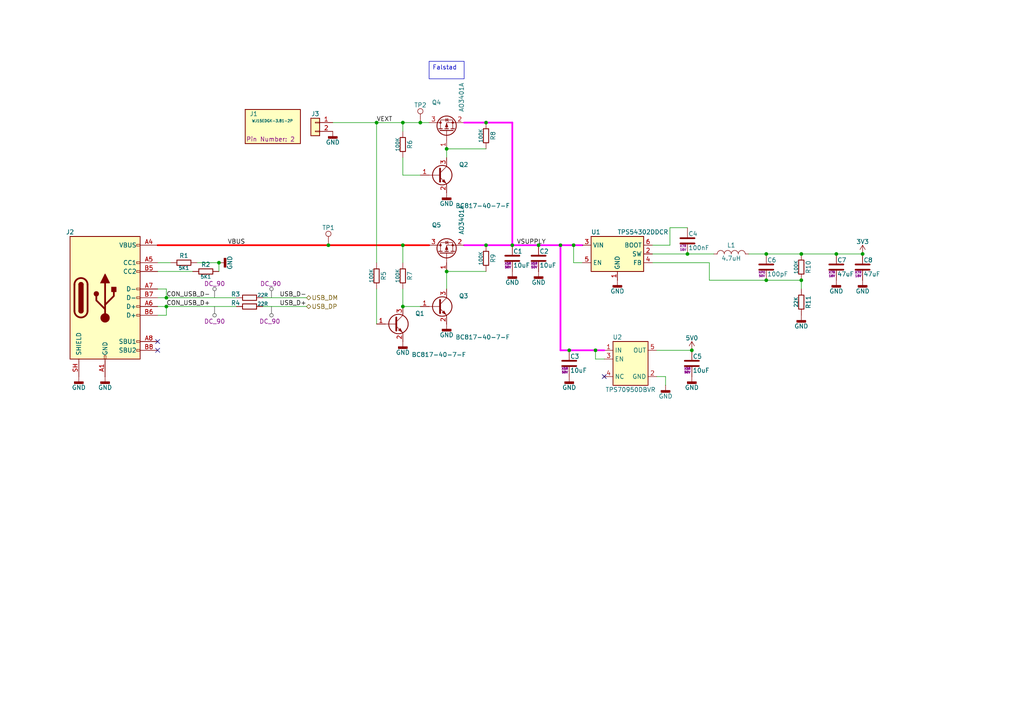
<source format=kicad_sch>
(kicad_sch (version 20250114) (generator "eeschema") (generator_version "9.0")
  (paper "A4")
  (lib_symbols
    (symbol "Capacitor:CC0402JRNPO9BN101" (pin_numbers (hide yes)) (pin_names (offset 0) (hide yes))
      (property "Reference" "C" (at 0.254 2.032 0))
      (property "Value" "100pF" (at 0.254 -2.032 0))
      (property "Dielectric" "NP0" (at -1.27 -1.524 0))
      (property "Voltage" "50V" (at -1.27 -2.54 0))
      (symbol "CC0402JRNPO9BN101_0_1"
        (polyline (pts (xy -2.032 0.762) (xy 2.032 0.762)) (stroke (width 0.508)))
        (polyline (pts (xy -2.032 -0.762) (xy 2.032 -0.762)) (stroke (width 0.508)))
      )
      (symbol "CC0402JRNPO9BN101_1_1"
        (pin passive line (at 0 3.81 270) (length 2.794) (name "~") (number "1"))
        (pin passive line (at 0 -3.81 90) (length 2.794) (name "~") (number "2"))
      )
    )
    (symbol "Capacitor:CL05B104KO5NNNC" (pin_numbers (hide yes)) (pin_names (offset 0) (hide yes))
      (property "Reference" "C" (at 0.254 2.032 0))
      (property "Value" "100nF" (at 0.254 -2.032 0))
      (property "Dielectric" "X7R" (at -1.27 -1.524 0))
      (property "Voltage" "16V" (at -1.27 -2.54 0))
      (symbol "CL05B104KO5NNNC_0_1"
        (polyline (pts (xy -2.032 0.762) (xy 2.032 0.762)) (stroke (width 0.508)))
        (polyline (pts (xy -2.032 -0.762) (xy 2.032 -0.762)) (stroke (width 0.508)))
      )
      (symbol "CL05B104KO5NNNC_1_1"
        (pin passive line (at 0 3.81 270) (length 2.794) (name "~") (number "1"))
        (pin passive line (at 0 -3.81 90) (length 2.794) (name "~") (number "2"))
      )
    )
    (symbol "Capacitor:CS3225X7R476K160NRL" (pin_numbers (hide yes)) (pin_names (offset 0) (hide yes))
      (property "Reference" "C" (at 0.254 2.032 0))
      (property "Value" "47uF" (at 0.254 -2.032 0))
      (property "Dielectric" "X7R" (at -1.27 -1.524 0))
      (property "Voltage" "16V" (at -1.27 -2.54 0))
      (symbol "CS3225X7R476K160NRL_0_1"
        (polyline (pts (xy -2.032 0.762) (xy 2.032 0.762)) (stroke (width 0.508)))
        (polyline (pts (xy -2.032 -0.762) (xy 2.032 -0.762)) (stroke (width 0.508)))
      )
      (symbol "CS3225X7R476K160NRL_1_1"
        (pin passive line (at 0 3.81 270) (length 2.794) (name "~") (number "1"))
        (pin passive line (at 0 -3.81 90) (length 2.794) (name "~") (number "2"))
      )
    )
    (symbol "Capacitor:GRM21BR61H106KE43L" (pin_numbers (hide yes)) (pin_names (offset 0) (hide yes))
      (property "Reference" "C" (at 0.254 2.032 0))
      (property "Value" "10uF" (at 0.254 -2.032 0))
      (property "Dielectric" "X5R" (at -1.27 -1.524 0))
      (property "Voltage" "50V" (at -1.27 -2.54 0))
      (symbol "GRM21BR61H106KE43L_0_1"
        (polyline (pts (xy -2.032 0.762) (xy 2.032 0.762)) (stroke (width 0.508)))
        (polyline (pts (xy -2.032 -0.762) (xy 2.032 -0.762)) (stroke (width 0.508)))
      )
      (symbol "GRM21BR61H106KE43L_1_1"
        (pin passive line (at 0 3.81 270) (length 2.794) (name "~") (number "1"))
        (pin passive line (at 0 -3.81 90) (length 2.794) (name "~") (number "2"))
      )
    )
    (symbol "Connectors:U262-161N-4BVC11" (pin_names (offset 1.016))
      (property "Reference" "J" (at -10.16 19.05 0))
      (symbol "U262-161N-4BVC11_0_0"
        (rectangle (start -0.254 -17.78) (end 0.254 -16.764))
        (rectangle (start 10.16 15.494) (end 9.144 14.986))
        (rectangle (start 10.16 10.414) (end 9.144 9.906))
        (rectangle (start 10.16 7.874) (end 9.144 7.366))
        (rectangle (start 10.16 2.794) (end 9.144 2.286))
        (rectangle (start 10.16 0.254) (end 9.144 -0.254))
        (rectangle (start 10.16 -2.286) (end 9.144 -2.794))
        (rectangle (start 10.16 -4.826) (end 9.144 -5.334))
        (rectangle (start 10.16 -12.446) (end 9.144 -12.954))
        (rectangle (start 10.16 -14.986) (end 9.144 -15.494))
      )
      (symbol "U262-161N-4BVC11_0_1"
        (rectangle (start -10.16 17.78) (end 10.16 -17.78) (stroke (width 0.254)) (fill (type background)))
        (polyline (pts (xy -8.89 -3.81) (xy -8.89 3.81)) (stroke (width 0.508)))
        (rectangle (start -7.62 -3.81) (end -6.35 3.81) (stroke (width 0.254)) (fill (type outline)))
        (arc (start -7.62 3.81) (mid -6.985 4.4423) (end -6.35 3.81) (stroke (width 0.254)))
        (arc (start -7.62 3.81) (mid -6.985 4.4423) (end -6.35 3.81) (stroke (width 0.254)) (fill (type outline)))
        (arc (start -8.89 3.81) (mid -6.985 5.7067) (end -5.08 3.81) (stroke (width 0.508)))
        (arc (start -5.08 -3.81) (mid -6.985 -5.7067) (end -8.89 -3.81) (stroke (width 0.508)))
        (arc (start -6.35 -3.81) (mid -6.985 -4.4423) (end -7.62 -3.81) (stroke (width 0.254)))
        (arc (start -6.35 -3.81) (mid -6.985 -4.4423) (end -7.62 -3.81) (stroke (width 0.254)) (fill (type outline)))
        (polyline (pts (xy -5.08 3.81) (xy -5.08 -3.81)) (stroke (width 0.508)))
        (circle (center -2.54 1.143) (radius 0.635) (stroke (width 0.254)) (fill (type outline)))
        (polyline (pts (xy -1.27 4.318) (xy 0 6.858) (xy 1.27 4.318) (xy -1.27 4.318)) (stroke (width 0.254)) (fill (type outline)))
        (polyline (pts (xy 0 -2.032) (xy 2.54 0.508) (xy 2.54 1.778)) (stroke (width 0.508)))
        (polyline (pts (xy 0 -3.302) (xy -2.54 -0.762) (xy -2.54 0.508)) (stroke (width 0.508)))
        (polyline (pts (xy 0 -5.842) (xy 0 4.318)) (stroke (width 0.508)))
        (circle (center 0 -5.842) (radius 1.27) (fill (type outline)))
        (rectangle (start 1.905 1.778) (end 3.175 3.048) (stroke (width 0.254)) (fill (type outline)))
      )
      (symbol "U262-161N-4BVC11_1_1"
        (pin passive line (at -7.62 -22.86 90) (length 5.08) (name "SHIELD") (number "SH"))
        (pin passive line (at 0 -22.86 90) (length 5.08) (name "GND") (number "A1"))
        (pin passive line (at 0 -22.86 90) (length 5.08) (hide yes) (name "GND") (number "A12"))
        (pin passive line (at 0 -22.86 90) (length 5.08) (hide yes) (name "GND") (number "B1"))
        (pin passive line (at 0 -22.86 90) (length 5.08) (hide yes) (name "GND") (number "B12"))
        (pin passive line (at 15.24 15.24 180) (length 5.08) (name "VBUS") (number "A4"))
        (pin passive line (at 15.24 15.24 180) (length 5.08) (hide yes) (name "VBUS") (number "A9"))
        (pin passive line (at 15.24 15.24 180) (length 5.08) (hide yes) (name "VBUS") (number "B4"))
        (pin passive line (at 15.24 15.24 180) (length 5.08) (hide yes) (name "VBUS") (number "B9"))
        (pin bidirectional line (at 15.24 10.16 180) (length 5.08) (name "CC1") (number "A5"))
        (pin bidirectional line (at 15.24 7.62 180) (length 5.08) (name "CC2") (number "B5"))
        (pin bidirectional line (at 15.24 2.54 180) (length 5.08) (name "D-") (number "A7"))
        (pin bidirectional line (at 15.24 0 180) (length 5.08) (name "D-") (number "B7"))
        (pin bidirectional line (at 15.24 -2.54 180) (length 5.08) (name "D+") (number "A6"))
        (pin bidirectional line (at 15.24 -5.08 180) (length 5.08) (name "D+") (number "B6"))
        (pin bidirectional line (at 15.24 -12.7 180) (length 5.08) (name "SBU1") (number "A8"))
        (pin bidirectional line (at 15.24 -15.24 180) (length 5.08) (name "SBU2") (number "B8"))
      )
    )
    (symbol "Connectors:WJ15EDGK-3.81-2P" (pin_numbers (hide yes)) (pin_names (offset 1.016) (hide yes)) (on_board no)
      (property "Reference" "J" (at -6.35 3.81 0))
      (property "Value" "WJ15EDGK-3.81-2P" (at 0.254 1.778 0))
      (property "Pin Number" "2" (at -7.366 -3.556 0) (show_name))
      (symbol "WJ15EDGK-3.81-2P_0_1"
        (rectangle (start -7.62 5.08) (end 8.382 -4.826) (stroke (width 0.254)) (fill (type background)))
      )
    )
    (symbol "Connectors:WJ15EDGRC-3.81-2P" (pin_names (offset 1.016) (hide yes))
      (property "Reference" "J" (at 0 2.54 0))
      (symbol "WJ15EDGRC-3.81-2P_1_1"
        (rectangle (start -1.27 1.27) (end 1.27 -3.81) (stroke (width 0.254)) (fill (type background)))
        (rectangle (start -1.27 0.127) (end 0 -0.127) (stroke (width 0.1524)))
        (rectangle (start -1.27 -2.413) (end 0 -2.667) (stroke (width 0.1524)))
        (pin passive line (at -5.08 0 0) (length 3.81) (name "Pin_1") (number "1"))
        (pin passive line (at -5.08 -2.54 0) (length 3.81) (name "Pin_2") (number "2"))
      )
    )
    (symbol "ICs:TPS54302DDCR"
      (property "Reference" "U" (at -7.62 6.35 0))
      (property "Value" "TPS54302DDCR" (at 0 6.35 0))
      (symbol "TPS54302DDCR_0_1"
        (rectangle (start -7.62 5.08) (end 7.62 -5.08) (stroke (width 0.254)) (fill (type background)))
      )
      (symbol "TPS54302DDCR_1_1"
        (pin power_in line (at -10.16 2.54 0) (length 2.54) (name "VIN") (number "3"))
        (pin input line (at -10.16 -2.54 0) (length 2.54) (name "EN") (number "5"))
        (pin power_in line (at 0 -7.62 90) (length 2.54) (name "GND") (number "1"))
        (pin passive line (at 10.16 2.54 180) (length 2.54) (name "BOOT") (number "6"))
        (pin power_out line (at 10.16 0 180) (length 2.54) (name "SW") (number "2"))
        (pin input line (at 10.16 -2.54 180) (length 2.54) (name "FB") (number "4"))
      )
    )
    (symbol "ICs:TPS70950DBVR"
      (property "Reference" "U" (at -3.81 6.35 0))
      (property "Value" "TPS70950DBVR" (at 0 -8.89 0))
      (symbol "TPS70950DBVR_0_1"
        (rectangle (start -5.08 5.08) (end 5.08 -7.62) (stroke (width 0.254)) (fill (type background)))
        (pin input line (at -7.62 0 0) (length 2.54) (name "EN") (number "3"))
        (pin power_in line (at 7.62 -5.08 180) (length 2.54) (name "GND") (number "2"))
      )
      (symbol "TPS70950DBVR_1_1"
        (pin power_in line (at -7.62 2.54 0) (length 2.54) (name "IN") (number "1"))
        (pin no_connect line (at -7.62 -5.08 0) (length 2.54) (name "NC") (number "4"))
        (pin power_out line (at 7.62 2.54 180) (length 2.54) (name "OUT") (number "5"))
      )
    )
    (symbol "Inductors:FTC404030S4R7MGCA" (pin_numbers (hide yes)) (pin_names (hide yes))
      (property "Reference" "L" (at 0 2.54 0))
      (property "Value" "4.7uH" (at 0 -1.27 0))
      (symbol "FTC404030S4R7MGCA_0_1"
        (arc (start -4.06 -0.01) (mid -3.055 1.013) (end -2.03 0.01))
        (arc (start -2.03 -0.01) (mid -1.025 1.013) (end 0 0.01))
        (arc (start 0 -0.01) (mid 1.005 1.013) (end 2.03 0.01))
        (arc (start 2.03 -0.01) (mid 3.035 1.013) (end 4.06 0.01))
      )
      (symbol "FTC404030S4R7MGCA_1_1"
        (pin passive line (at -5.08 0 0) (length 1.016) (name "1") (number "1"))
        (pin passive line (at 5.08 0 180) (length 1.016) (name "2") (number "2"))
      )
    )
    (symbol "Resistor:0402WGF1003TCE" (pin_numbers (hide yes)) (pin_names (offset 0))
      (property "Reference" "R" (at 2.032 0 90))
      (property "Value" "100K" (at -1.524 0 90))
      (symbol "0402WGF1003TCE_0_1"
        (rectangle (start -0.762 2.032) (end 0.762 -2.032) (stroke (width 0.254)))
      )
      (symbol "0402WGF1003TCE_1_1"
        (pin passive line (at 0 3.81 270) (length 1.778) (name "~") (number "1"))
        (pin passive line (at 0 -3.81 90) (length 1.778) (name "~") (number "2"))
      )
    )
    (symbol "Resistor:0402WGF2202TCE" (pin_numbers (hide yes)) (pin_names (offset 0))
      (property "Reference" "R" (at 2.032 0 90))
      (property "Value" "22K" (at -1.524 0 90))
      (symbol "0402WGF2202TCE_0_1"
        (rectangle (start -0.762 2.032) (end 0.762 -2.032) (stroke (width 0.254)))
      )
      (symbol "0402WGF2202TCE_1_1"
        (pin passive line (at 0 3.81 270) (length 1.778) (name "~") (number "1"))
        (pin passive line (at 0 -3.81 90) (length 1.778) (name "~") (number "2"))
      )
    )
    (symbol "Resistor:0402WGF220JTCE" (pin_numbers (hide yes)) (pin_names (offset 0))
      (property "Reference" "R" (at 2.032 0 90))
      (property "Value" "22R" (at -1.524 0 90))
      (symbol "0402WGF220JTCE_0_1"
        (rectangle (start -0.762 2.032) (end 0.762 -2.032) (stroke (width 0.254)))
      )
      (symbol "0402WGF220JTCE_1_1"
        (pin passive line (at 0 3.81 270) (length 1.778) (name "~") (number "1"))
        (pin passive line (at 0 -3.81 90) (length 1.778) (name "~") (number "2"))
      )
    )
    (symbol "Resistor:0402WGF5101TCE" (pin_numbers (hide yes)) (pin_names (offset 0))
      (property "Reference" "R" (at 2.032 0 90))
      (property "Value" "5K1" (at -1.524 0 90))
      (symbol "0402WGF5101TCE_0_1"
        (rectangle (start -0.762 2.032) (end 0.762 -2.032) (stroke (width 0.254)))
      )
      (symbol "0402WGF5101TCE_1_1"
        (pin passive line (at 0 3.81 270) (length 1.778) (name "~") (number "1"))
        (pin passive line (at 0 -3.81 90) (length 1.778) (name "~") (number "2"))
      )
    )
    (symbol "TestPoints:TestPoint_Pad_D1.5mm" (pin_numbers (hide yes)) (pin_names (offset 0.762) (hide yes))
      (property "Reference" "TP" (at 0 5.08 0))
      (symbol "TestPoint_Pad_D1.5mm_0_1"
        (circle (center 0 3.302) (radius 0.762))
      )
      (symbol "TestPoint_Pad_D1.5mm_1_1"
        (pin passive line (at 0 0 90) (length 2.54) (name "1") (number "1"))
      )
    )
    (symbol "Transistors:AO3401A" (pin_names (offset 0) (hide yes))
      (property "Reference" "Q" (at 5.08 1.27 0))
      (property "Value" "AO3401A" (at 5.08 -1.27 0))
      (symbol "AO3401A_0_1"
        (polyline (pts (xy 0.254 1.905) (xy 0.254 -1.905)) (stroke (width 0.254)))
        (polyline (pts (xy 0.254 0) (xy -2.54 0)))
        (polyline (pts (xy 0.762 2.286) (xy 0.762 1.27)) (stroke (width 0.254)))
        (polyline (pts (xy 0.762 1.778) (xy 3.302 1.778) (xy 3.302 -1.778) (xy 0.762 -1.778)))
        (polyline (pts (xy 0.762 0.508) (xy 0.762 -0.508)) (stroke (width 0.254)))
        (polyline (pts (xy 0.762 -1.27) (xy 0.762 -2.286)) (stroke (width 0.254)))
        (circle (center 1.651 0) (radius 2.794) (stroke (width 0.254)))
        (polyline (pts (xy 2.286 0) (xy 1.27 0.381) (xy 1.27 -0.381) (xy 2.286 0)) (fill (type outline)))
        (polyline (pts (xy 2.54 2.54) (xy 2.54 1.778)))
        (circle (center 2.54 1.778) (radius 0.254) (fill (type outline)))
        (circle (center 2.54 -1.778) (radius 0.254) (fill (type outline)))
        (polyline (pts (xy 2.54 -2.54) (xy 2.54 0) (xy 0.762 0)))
        (polyline (pts (xy 2.794 -0.508) (xy 2.921 -0.381) (xy 3.683 -0.381) (xy 3.81 -0.254)))
        (polyline (pts (xy 3.302 -0.381) (xy 2.921 0.254) (xy 3.683 0.254) (xy 3.302 -0.381)))
      )
      (symbol "AO3401A_1_1"
        (pin input line (at -5.08 0 0) (length 2.54) (name "G") (number "1"))
        (pin passive line (at 2.54 5.08 270) (length 2.54) (name "D") (number "3"))
        (pin passive line (at 2.54 -5.08 90) (length 2.54) (name "S") (number "2"))
      )
    )
    (symbol "Transistors:BC817-40-7-F" (pin_names (offset 0) (hide yes))
      (property "Reference" "Q" (at 5.08 1.27 0))
      (property "Value" "BC817-40-7-F" (at 5.08 -1.27 0))
      (symbol "BC817-40-7-F_0_1"
        (polyline (pts (xy -2.54 0) (xy 0.635 0)))
        (polyline (pts (xy 0.635 1.905) (xy 0.635 -1.905)) (stroke (width 0.508)))
        (circle (center 1.27 0) (radius 2.8194) (stroke (width 0.254)))
      )
      (symbol "BC817-40-7-F_1_1"
        (polyline (pts (xy 0.635 0.635) (xy 2.54 2.54)))
        (polyline (pts (xy 0.635 -0.635) (xy 2.54 -2.54)))
        (polyline (pts (xy 1.27 -1.778) (xy 1.778 -1.27) (xy 2.286 -2.286) (xy 1.27 -1.778)) (fill (type outline)))
        (pin input line (at -5.08 0 0) (length 2.54) (name "B") (number "1"))
        (pin passive line (at 2.54 5.08 270) (length 2.54) (name "C") (number "3"))
        (pin passive line (at 2.54 -5.08 90) (length 2.54) (name "E") (number "2"))
      )
    )
    (symbol "power:+3V3" (power) (pin_numbers (hide yes)) (pin_names (offset 0) (hide yes))
      (property "Value" "+3V3" (at 0 3.556 0))
      (symbol "+3V3_0_1"
        (polyline (pts (xy -0.762 1.27) (xy 0 2.54)))
        (polyline (pts (xy 0 2.54) (xy 0.762 1.27)))
        (polyline (pts (xy 0 0) (xy 0 2.54)))
      )
      (symbol "+3V3_1_1"
        (pin power_in line (at 0 0 90) (length 0) (name "~") (number "1"))
      )
    )
    (symbol "power:+5V" (power) (pin_numbers (hide yes)) (pin_names (offset 0) (hide yes))
      (property "Value" "+5V" (at 0 3.556 0))
      (symbol "+5V_0_1"
        (polyline (pts (xy -0.762 1.27) (xy 0 2.54)))
        (polyline (pts (xy 0 2.54) (xy 0.762 1.27)))
        (polyline (pts (xy 0 0) (xy 0 2.54)))
      )
      (symbol "+5V_1_1"
        (pin power_in line (at 0 0 90) (length 0) (name "~") (number "1"))
      )
    )
    (symbol "power:GNDD" (power) (pin_numbers (hide yes)) (pin_names (offset 0) (hide yes))
      (property "Value" "GNDD" (at 0 -3.175 0))
      (symbol "GNDD_0_1"
        (rectangle (start -1.27 -1.524) (end 1.27 -2.032) (stroke (width 0.254)) (fill (type outline)))
        (polyline (pts (xy 0 0) (xy 0 -1.524)))
      )
      (symbol "GNDD_1_1"
        (pin power_in line (at 0 0 270) (length 0) (name "~") (number "1"))
      )
    )
  )
  (text_box "Falstad" (at 124.46 17.78 0) (size 10.16 5.08) (margins 0.9525 0.9525 0.9525 0.9525) (effects (font (size 1.27 1.27)) (justify left top)))
  (junction (at 63.5 76.2))
  (junction (at 162.56 71.12))
  (junction (at 250.19 73.66))
  (junction (at 166.37 71.12))
  (junction (at 222.25 73.66))
  (junction (at 116.84 35.56))
  (junction (at 148.59 71.12))
  (junction (at 172.72 101.6))
  (junction (at 140.97 71.12))
  (junction (at 95.25 71.12))
  (junction (at 129.54 78.74))
  (junction (at 232.41 81.28))
  (junction (at 140.97 35.56))
  (junction (at 116.84 71.12))
  (junction (at 199.39 73.66))
  (junction (at 116.84 88.9))
  (junction (at 156.21 71.12))
  (junction (at 242.57 73.66))
  (junction (at 121.92 35.56))
  (junction (at 222.25 81.28))
  (junction (at 129.54 43.18))
  (junction (at 48.26 86.36))
  (junction (at 48.26 88.9))
  (junction (at 165.1 101.6))
  (junction (at 232.41 73.66))
  (junction (at 200.66 101.6))
  (junction (at 109.22 35.56))
  (no_connect (at 175.26 109.22))
  (no_connect (at 45.72 99.06))
  (no_connect (at 45.72 101.6))
  (wire (pts (xy 95.25 71.12) (xy 116.84 71.12)) (stroke (width 0.508) (color 255 0 0 1)))
  (wire (pts (xy 222.25 73.66) (xy 232.41 73.66)))
  (wire (pts (xy 48.26 86.36) (xy 68.58 86.36)))
  (wire (pts (xy 140.97 71.12) (xy 148.59 71.12)) (stroke (width 0.508) (color 255 0 255 1)))
  (wire (pts (xy 109.22 83.82) (xy 109.22 93.98)))
  (wire (pts (xy 116.84 83.82) (xy 116.84 88.9)))
  (wire (pts (xy 189.23 76.2) (xy 205.74 76.2)))
  (wire (pts (xy 190.5 101.6) (xy 200.66 101.6)))
  (wire (pts (xy 162.56 101.6) (xy 165.1 101.6)) (stroke (width 0.508) (color 255 0 255 1)))
  (wire (pts (xy 189.23 73.66) (xy 199.39 73.66)))
  (wire (pts (xy 166.37 71.12) (xy 166.37 76.2)))
  (wire (pts (xy 217.17 73.66) (xy 222.25 73.66)))
  (wire (pts (xy 194.31 66.04) (xy 199.39 66.04)))
  (wire (pts (xy 116.84 35.56) (xy 121.92 35.56)))
  (wire (pts (xy 205.74 76.2) (xy 205.74 81.28)))
  (wire (pts (xy 232.41 81.28) (xy 232.41 83.82)))
  (wire (pts (xy 121.92 35.56) (xy 124.46 35.56)))
  (wire (pts (xy 165.1 101.6) (xy 172.72 101.6)) (stroke (width 0.508) (color 255 0 255 1)))
  (wire (pts (xy 199.39 73.66) (xy 207.01 73.66)))
  (wire (pts (xy 57.15 76.2) (xy 63.5 76.2)))
  (wire (pts (xy 76.2 88.9) (xy 88.9 88.9)))
  (wire (pts (xy 76.2 86.36) (xy 88.9 86.36)))
  (wire (pts (xy 45.72 78.74) (xy 55.88 78.74)))
  (wire (pts (xy 242.57 73.66) (xy 250.19 73.66)))
  (wire (pts (xy 166.37 71.12) (xy 168.91 71.12)) (stroke (width 0.508) (color 255 0 255 1)))
  (wire (pts (xy 45.72 83.82) (xy 48.26 83.82)))
  (wire (pts (xy 45.72 76.2) (xy 49.53 76.2)))
  (wire (pts (xy 175.26 104.14) (xy 172.72 104.14)))
  (wire (pts (xy 162.56 71.12) (xy 162.56 101.6)) (stroke (width 0.508) (color 255 0 255 1)))
  (wire (pts (xy 140.97 35.56) (xy 148.59 35.56)) (stroke (width 0.508) (color 255 0 255 1)))
  (wire (pts (xy 148.59 35.56) (xy 148.59 71.12)) (stroke (width 0.508) (color 255 0 255 1)))
  (wire (pts (xy 116.84 88.9) (xy 121.92 88.9)))
  (wire (pts (xy 134.62 71.12) (xy 140.97 71.12)) (stroke (width 0.508) (color 255 0 255 1)))
  (wire (pts (xy 129.54 43.18) (xy 129.54 45.72)))
  (wire (pts (xy 232.41 73.66) (xy 242.57 73.66)))
  (wire (pts (xy 129.54 78.74) (xy 140.97 78.74)))
  (wire (pts (xy 162.56 71.12) (xy 166.37 71.12)) (stroke (width 0.508) (color 255 0 255 1)))
  (wire (pts (xy 129.54 43.18) (xy 140.97 43.18)))
  (wire (pts (xy 116.84 71.12) (xy 124.46 71.12)) (stroke (width 0.508) (color 255 0 0 1)))
  (wire (pts (xy 116.84 50.8) (xy 121.92 50.8)))
  (wire (pts (xy 193.04 109.22) (xy 190.5 109.22)))
  (wire (pts (xy 96.52 35.56) (xy 109.22 35.56)))
  (wire (pts (xy 194.31 71.12) (xy 194.31 66.04)))
  (wire (pts (xy 168.91 76.2) (xy 166.37 76.2)))
  (wire (pts (xy 63.5 76.2) (xy 63.5 78.74)))
  (wire (pts (xy 148.59 71.12) (xy 156.21 71.12)) (stroke (width 0.508) (color 255 0 255 1)))
  (wire (pts (xy 205.74 81.28) (xy 222.25 81.28)))
  (wire (pts (xy 193.04 111.76) (xy 193.04 109.22)))
  (wire (pts (xy 134.62 35.56) (xy 140.97 35.56)) (stroke (width 0.508) (color 255 0 255 1)))
  (wire (pts (xy 45.72 71.12) (xy 95.25 71.12)) (stroke (width 0.508) (color 255 0 0 1)))
  (wire (pts (xy 116.84 71.12) (xy 116.84 76.2)))
  (wire (pts (xy 48.26 83.82) (xy 48.26 86.36)))
  (wire (pts (xy 129.54 78.74) (xy 129.54 83.82)))
  (wire (pts (xy 222.25 81.28) (xy 232.41 81.28)))
  (wire (pts (xy 172.72 104.14) (xy 172.72 101.6)))
  (wire (pts (xy 48.26 91.44) (xy 48.26 88.9)))
  (wire (pts (xy 109.22 35.56) (xy 116.84 35.56)))
  (wire (pts (xy 156.21 71.12) (xy 162.56 71.12)) (stroke (width 0.508) (color 255 0 255 1)))
  (wire (pts (xy 189.23 71.12) (xy 194.31 71.12)))
  (wire (pts (xy 45.72 91.44) (xy 48.26 91.44)))
  (wire (pts (xy 48.26 88.9) (xy 45.72 88.9)))
  (wire (pts (xy 48.26 88.9) (xy 68.58 88.9)))
  (wire (pts (xy 116.84 45.72) (xy 116.84 50.8)))
  (wire (pts (xy 116.84 35.56) (xy 116.84 38.1)))
  (wire (pts (xy 48.26 86.36) (xy 45.72 86.36)))
  (wire (pts (xy 109.22 35.56) (xy 109.22 76.2)))
  (wire (pts (xy 172.72 101.6) (xy 175.26 101.6)) (stroke (width 0.508) (color 255 0 255 1)))
  (label "VSUPPLY" (at 149.86 71.12 0))
  (label "USB_D+" (at 88.9 88.9 180))
  (label "VEXT" (at 109.22 35.56 0))
  (label "USB_D-" (at 88.9 86.36 180))
  (label "CON_USB_D+" (at 48.26 88.9 0))
  (label "CON_USB_D-" (at 48.26 86.36 0))
  (label "VBUS" (at 71.12 71.12 180))
  (hierarchical_label "USB_DP" (shape tri_state) (at 88.9 88.9 0))
  (hierarchical_label "USB_DM" (shape tri_state) (at 88.9 86.36 0))
  (netclass_flag "" (length 2.54) (shape round) (at 78.74 86.36 0) (property "Netclass" "DC_90" (at 75.438 82.296 0) (effects (justify left))))
  (netclass_flag "" (length 2.54) (shape round) (at 62.23 86.36 0) (property "Netclass" "DC_90" (at 59.182 82.296 0) (effects (justify left))))
  (netclass_flag "" (length 2.54) (shape round) (at 78.74 88.9 180) (property "Netclass" "DC_90" (at 75.184 93.218 0) (effects (justify left))))
  (netclass_flag "" (length 2.54) (shape round) (at 62.23 88.9 180) (property "Netclass" "DC_90" (at 59.182 93.218 0) (effects (justify left))))
  (symbol (lib_id "power:GNDD") (at 63.5 76.2 90) (unit 1)
    (property "Reference" "#PWR03" (effects (hide yes)))
    (property "Value" "GND" (at 66.675 76.2 0))
    (property "Description" "Power symbol creates a global label with name \"GNDD\" , digital ground" (effects (hide yes)))
  )
  (symbol (lib_id "power:GNDD") (at 250.19 81.28 0) (unit 1)
    (property "Reference" "#PWR018" (effects (hide yes)))
    (property "Value" "GND" (at 250.19 84.455 0))
    (property "Description" "Power symbol creates a global label with name \"GNDD\" , digital ground" (effects (hide yes)))
  )
  (symbol (lib_id "Transistors:BC817-40-7-F") (at 114.3 93.98 0) (unit 1)
    (property "Reference" "Q1" (at 120.396 90.932 0) (effects (justify left)))
    (property "Value" "BC817-40-7-F" (at 119.38 102.87 0) (effects (justify left)))
    (property "Footprint" "7Sigma:SOT-23" (effects (hide yes)))
    (property "Datasheet" "https://www.lcsc.com/datasheet/C435867.pdf" (effects (hide yes)))
    (property "Description" "NPN 45V 500mA 350mW SOT-23" (effects (hide yes)))
    (property "Power" "350mW" (effects (hide yes)))
    (property "Continuous Drain Current" "500mA" (effects (hide yes)))
    (property "Collector-Emitter Voltage" "45V" (effects (hide yes)))
    (property "Manufacturer 1" "DIODES" (effects (hide yes)))
    (property "Manufacturer Part Number 1" "BC817-40-7-F" (effects (hide yes)))
    (property "Supplier 1" "LCSC" (effects (hide yes)))
    (property "Supplier Part Number 1" "C435867" (effects (hide yes)))
    (property "LCSC Part" "C435867" (effects (hide yes)))
    (property "comp_type" "NPN" (effects (hide yes)))
  )
  (symbol (lib_id "Capacitor:GRM21BR61H106KE43L") (at 200.66 105.41 0) (unit 1)
    (property "Reference" "C5" (at 200.914 103.378 0) (effects (justify left)))
    (property "Value" "10uF" (at 200.914 107.442 0) (effects (justify left)))
    (property "Footprint" "7Sigma:C_0805_2012Metric" (effects (hide yes)))
    (property "Datasheet" "https://www.lcsc.com/datasheet/C440198.pdf" (effects (hide yes)))
    (property "Description" "10uF 50V X5R 10% 0805" (effects (hide yes)))
    (property "Dielectric" "X5R" (at 199.39 106.934 0) (effects (font (size 0.635 0.635))))
    (property "Voltage" "50V" (at 199.39 107.95 0) (effects (font (size 0.635 0.635))))
    (property "Tolerance" "10%" (effects (hide yes)))
    (property "Footprint_Name" "0805" (effects (hide yes)))
    (property "Manufacturer 1" "muRata" (effects (hide yes)))
    (property "Manufacturer Part Number 1" "GRM21BR61H106KE43L" (effects (hide yes)))
    (property "Supplier 1" "LCSC" (effects (hide yes)))
    (property "Supplier Part Number 1" "C440198" (effects (hide yes)))
    (property "LCSC Part" "C440198" (effects (hide yes)))
  )
  (symbol (lib_id "Resistor:0402WGF1003TCE") (at 140.97 39.37 0) (unit 1)
    (property "Reference" "R8" (at 143.002 39.37 90))
    (property "Value" "100K" (at 139.446 39.37 90) (effects (font (size 1.016 1.016))))
    (property "Footprint" "7Sigma:R_0402_1005Metric" (effects (hide yes)))
    (property "Datasheet" "https://atta.szlcsc.com/upload/public/pdf/source/20200306/C422600_1E6D84923E4A46A82E41ADD87F860B5C.pdf" (effects (hide yes)))
    (property "Description" "100K 63mW 1% 0402" (effects (hide yes)))
    (property "Power" "63mW" (effects (hide yes)))
    (property "Tolerance" "1%" (effects (hide yes)))
    (property "Footprint_Name" "0402" (effects (hide yes)))
    (property "Manufacturer 1" "Uni-Royal" (effects (hide yes)))
    (property "Manufacturer Part Number 1" "0402WGF1003TCE" (effects (hide yes)))
    (property "Supplier 1" "LCSC" (effects (hide yes)))
    (property "Supplier Part Number 1" "C25741" (effects (hide yes)))
    (property "LCSC Part" "C25741" (effects (hide yes)))
  )
  (symbol (lib_id "Resistor:0402WGF1003TCE") (at 116.84 80.01 0) (unit 1)
    (property "Reference" "R7" (at 118.872 80.01 90))
    (property "Value" "100K" (at 115.316 80.01 90) (effects (font (size 1.016 1.016))))
    (property "Footprint" "7Sigma:R_0402_1005Metric" (effects (hide yes)))
    (property "Datasheet" "https://atta.szlcsc.com/upload/public/pdf/source/20200306/C422600_1E6D84923E4A46A82E41ADD87F860B5C.pdf" (effects (hide yes)))
    (property "Description" "100K 63mW 1% 0402" (effects (hide yes)))
    (property "Power" "63mW" (effects (hide yes)))
    (property "Tolerance" "1%" (effects (hide yes)))
    (property "Footprint_Name" "0402" (effects (hide yes)))
    (property "Manufacturer 1" "Uni-Royal" (effects (hide yes)))
    (property "Manufacturer Part Number 1" "0402WGF1003TCE" (effects (hide yes)))
    (property "Supplier 1" "LCSC" (effects (hide yes)))
    (property "Supplier Part Number 1" "C25741" (effects (hide yes)))
    (property "LCSC Part" "C25741" (effects (hide yes)))
  )
  (symbol (lib_id "Capacitor:GRM21BR61H106KE43L") (at 165.1 105.41 0) (unit 1)
    (property "Reference" "C3" (at 165.354 103.378 0) (effects (justify left)))
    (property "Value" "10uF" (at 165.354 107.442 0) (effects (justify left)))
    (property "Footprint" "7Sigma:C_0805_2012Metric" (effects (hide yes)))
    (property "Datasheet" "https://www.lcsc.com/datasheet/C440198.pdf" (effects (hide yes)))
    (property "Description" "10uF 50V X5R 10% 0805" (effects (hide yes)))
    (property "Dielectric" "X5R" (at 163.83 106.934 0) (effects (font (size 0.635 0.635))))
    (property "Voltage" "50V" (at 163.83 107.95 0) (effects (font (size 0.635 0.635))))
    (property "Tolerance" "10%" (effects (hide yes)))
    (property "Footprint_Name" "0805" (effects (hide yes)))
    (property "Manufacturer 1" "muRata" (effects (hide yes)))
    (property "Manufacturer Part Number 1" "GRM21BR61H106KE43L" (effects (hide yes)))
    (property "Supplier 1" "LCSC" (effects (hide yes)))
    (property "Supplier Part Number 1" "C440198" (effects (hide yes)))
    (property "LCSC Part" "C440198" (effects (hide yes)))
  )
  (symbol (lib_id "power:GNDD") (at 232.41 91.44 0) (unit 1)
    (property "Reference" "#PWR015" (effects (hide yes)))
    (property "Value" "GND" (at 232.41 94.615 0))
    (property "Description" "Power symbol creates a global label with name \"GNDD\" , digital ground" (effects (hide yes)))
  )
  (symbol (lib_id "Resistor:0402WGF1003TCE") (at 140.97 74.93 0) (unit 1)
    (property "Reference" "R9" (at 143.002 74.93 90))
    (property "Value" "100K" (at 139.446 74.93 90) (effects (font (size 1.016 1.016))))
    (property "Footprint" "7Sigma:R_0402_1005Metric" (effects (hide yes)))
    (property "Datasheet" "https://atta.szlcsc.com/upload/public/pdf/source/20200306/C422600_1E6D84923E4A46A82E41ADD87F860B5C.pdf" (effects (hide yes)))
    (property "Description" "100K 63mW 1% 0402" (effects (hide yes)))
    (property "Power" "63mW" (effects (hide yes)))
    (property "Tolerance" "1%" (effects (hide yes)))
    (property "Footprint_Name" "0402" (effects (hide yes)))
    (property "Manufacturer 1" "Uni-Royal" (effects (hide yes)))
    (property "Manufacturer Part Number 1" "0402WGF1003TCE" (effects (hide yes)))
    (property "Supplier 1" "LCSC" (effects (hide yes)))
    (property "Supplier Part Number 1" "C25741" (effects (hide yes)))
    (property "LCSC Part" "C25741" (effects (hide yes)))
  )
  (symbol (lib_id "power:GNDD") (at 242.57 81.28 0) (unit 1)
    (property "Reference" "#PWR016" (effects (hide yes)))
    (property "Value" "GND" (at 242.57 84.455 0))
    (property "Description" "Power symbol creates a global label with name \"GNDD\" , digital ground" (effects (hide yes)))
  )
  (symbol (lib_id "power:GNDD") (at 193.04 111.76 0) (unit 1)
    (property "Reference" "#PWR012" (effects (hide yes)))
    (property "Value" "GND" (at 193.04 114.935 0))
    (property "Description" "Power symbol creates a global label with name \"GNDD\" , digital ground" (effects (hide yes)))
  )
  (symbol (lib_id "Capacitor:CC0402JRNPO9BN101") (at 222.25 77.47 0) (unit 1)
    (property "Reference" "C6" (at 222.504 75.438 0) (effects (justify left)))
    (property "Value" "100pF" (at 222.504 79.502 0) (effects (justify left)))
    (property "Footprint" "7Sigma:C_0402_1005Metric" (effects (hide yes)))
    (property "Datasheet" "https://www.lcsc.com/datasheet/C106200.pdf" (effects (hide yes)))
    (property "Description" "100pF 50V NP0 5% 0402" (effects (hide yes)))
    (property "Dielectric" "NP0" (at 220.98 78.994 0) (effects (font (size 0.635 0.635))))
    (property "Voltage" "50V" (at 220.98 80.01 0) (effects (font (size 0.635 0.635))))
    (property "Tolerance" "5%" (effects (hide yes)))
    (property "Footprint_Name" "0402" (effects (hide yes)))
    (property "Manufacturer 1" "YAGEO" (effects (hide yes)))
    (property "Manufacturer Part Number 1" "CC0402JRNPO9BN101" (effects (hide yes)))
    (property "Supplier 1" "LCSC" (effects (hide yes)))
    (property "Supplier Part Number 1" "C106200" (effects (hide yes)))
    (property "LCSC Part" "C106200" (effects (hide yes)))
  )
  (symbol (lib_id "power:GNDD") (at 96.52 38.1 0) (unit 1)
    (property "Reference" "#PWR04" (effects (hide yes)))
    (property "Value" "GND" (at 96.52 41.275 0))
    (property "Description" "Power symbol creates a global label with name \"GNDD\" , digital ground" (effects (hide yes)))
  )
  (symbol (lib_id "ICs:TPS54302DDCR") (at 179.07 73.66 0) (unit 1)
    (property "Reference" "U1" (at 171.45 67.31 0) (effects (justify left)))
    (property "Value" "TPS54302DDCR" (at 179.07 67.31 0) (effects (justify left)))
    (property "Footprint" "7Sigma:SOT-23-6" (effects (hide yes)))
    (property "Datasheet" "https://www.ti.com/lit/ds/symlink/tps54302.pdf" (effects (hide yes)))
    (property "Description" "4.5-V to 28-V Input, 3-A Output, EMI-Friendly Synchronous Step-Down Converter" (effects (hide yes)))
    (property "Manufacturer 1" "Texas Instruments" (effects (hide yes)))
    (property "Manufacturer Part Number 1" "TPS54302DDCR" (effects (hide yes)))
    (property "Supplier 1" "LCSC" (effects (hide yes)))
    (property "Supplier Part Number 1" "C311983" (effects (hide yes)))
    (property "LCSC Part" "C311983" (effects (hide yes)))
  )
  (symbol (lib_id "Capacitor:GRM21BR61H106KE43L") (at 156.21 74.93 0) (unit 1)
    (property "Reference" "C2" (at 156.464 72.898 0) (effects (justify left)))
    (property "Value" "10uF" (at 156.464 76.962 0) (effects (justify left)))
    (property "Footprint" "7Sigma:C_0805_2012Metric" (effects (hide yes)))
    (property "Datasheet" "https://www.lcsc.com/datasheet/C440198.pdf" (effects (hide yes)))
    (property "Description" "10uF 50V X5R 10% 0805" (effects (hide yes)))
    (property "Dielectric" "X5R" (at 154.94 76.454 0) (effects (font (size 0.635 0.635))))
    (property "Voltage" "50V" (at 154.94 77.47 0) (effects (font (size 0.635 0.635))))
    (property "Tolerance" "10%" (effects (hide yes)))
    (property "Footprint_Name" "0805" (effects (hide yes)))
    (property "Manufacturer 1" "muRata" (effects (hide yes)))
    (property "Manufacturer Part Number 1" "GRM21BR61H106KE43L" (effects (hide yes)))
    (property "Supplier 1" "LCSC" (effects (hide yes)))
    (property "Supplier Part Number 1" "C440198" (effects (hide yes)))
    (property "LCSC Part" "C440198" (effects (hide yes)))
  )
  (symbol (lib_id "power:+5V") (at 200.66 101.6 0) (unit 1)
    (property "Reference" "#PWR013" (effects (hide yes)))
    (property "Value" "5V0" (at 200.66 98.044 0))
    (property "Description" "Power symbol creates a global label with name \"+5V\"" (effects (hide yes)))
  )
  (symbol (lib_id "Connectors:WJ15EDGRC-3.81-2P") (at 91.44 35.56 0) (mirror y) (unit 1)
    (property "Reference" "J3" (at 91.44 33.02 0))
    (property "Value" "Conn_01x02" (effects (hide yes)))
    (property "Footprint" "7Sigma:PhoenixContact_MC_1,5_2-G-3.81_1x02_P3.81mm_Horizontal" (effects (hide yes)))
    (property "Datasheet" "https://www.lcsc.com/datasheet/C8387.pdf" (effects (hide yes)))
    (property "Description" "Pluggable terminal block; 3.81mm" (effects (hide yes)))
    (property "Manufacturer 1" "KANGNEX" (effects (hide yes)))
    (property "Manufacturer Part Number 1" "WJ15EDGRC-3.81-2P" (effects (hide yes)))
    (property "Supplier 1" "LCSC" (effects (hide yes)))
    (property "Supplier Part Number 1" "C8387" (effects (hide yes)))
    (property "LCSC Part" "C8387" (effects (hide yes)))
  )
  (symbol (lib_id "Transistors:BC817-40-7-F") (at 127 50.8 0) (unit 1)
    (property "Reference" "Q2" (at 133.096 47.752 0) (effects (justify left)))
    (property "Value" "BC817-40-7-F" (at 132.08 59.69 0) (effects (justify left)))
    (property "Footprint" "7Sigma:SOT-23" (effects (hide yes)))
    (property "Datasheet" "https://www.lcsc.com/datasheet/C435867.pdf" (effects (hide yes)))
    (property "Description" "NPN 45V 500mA 350mW SOT-23" (effects (hide yes)))
    (property "Power" "350mW" (effects (hide yes)))
    (property "Continuous Drain Current" "500mA" (effects (hide yes)))
    (property "Collector-Emitter Voltage" "45V" (effects (hide yes)))
    (property "Manufacturer 1" "DIODES" (effects (hide yes)))
    (property "Manufacturer Part Number 1" "BC817-40-7-F" (effects (hide yes)))
    (property "Supplier 1" "LCSC" (effects (hide yes)))
    (property "Supplier Part Number 1" "C435867" (effects (hide yes)))
    (property "LCSC Part" "C435867" (effects (hide yes)))
    (property "comp_type" "NPN" (effects (hide yes)))
  )
  (symbol (lib_id "Resistor:0402WGF1003TCE") (at 232.41 77.47 0) (unit 1)
    (property "Reference" "R10" (at 234.442 77.47 90))
    (property "Value" "100K" (at 230.886 77.47 90) (effects (font (size 1.016 1.016))))
    (property "Footprint" "7Sigma:R_0402_1005Metric" (effects (hide yes)))
    (property "Datasheet" "https://atta.szlcsc.com/upload/public/pdf/source/20200306/C422600_1E6D84923E4A46A82E41ADD87F860B5C.pdf" (effects (hide yes)))
    (property "Description" "100K 63mW 1% 0402" (effects (hide yes)))
    (property "Power" "63mW" (effects (hide yes)))
    (property "Tolerance" "1%" (effects (hide yes)))
    (property "Footprint_Name" "0402" (effects (hide yes)))
    (property "Manufacturer 1" "Uni-Royal" (effects (hide yes)))
    (property "Manufacturer Part Number 1" "0402WGF1003TCE" (effects (hide yes)))
    (property "Supplier 1" "LCSC" (effects (hide yes)))
    (property "Supplier Part Number 1" "C25741" (effects (hide yes)))
    (property "LCSC Part" "C25741" (effects (hide yes)))
  )
  (symbol (lib_id "Capacitor:CS3225X7R476K160NRL") (at 250.19 77.47 0) (unit 1)
    (property "Reference" "C8" (at 250.444 75.438 0) (effects (justify left)))
    (property "Value" "47uF" (at 250.444 79.502 0) (effects (justify left)))
    (property "Footprint" "7Sigma:C_1210_3225Metric" (effects (hide yes)))
    (property "Description" "47uF 16V X7R 10% 1210" (effects (hide yes)))
    (property "Dielectric" "X7R" (at 248.92 78.994 0) (effects (font (size 0.635 0.635))))
    (property "Voltage" "16V" (at 248.92 80.01 0) (effects (font (size 0.635 0.635))))
    (property "Tolerance" "10%" (effects (hide yes)))
    (property "Footprint_Name" "1210" (effects (hide yes)))
    (property "Manufacturer 1" "Samwha Capacitor" (effects (hide yes)))
    (property "Manufacturer Part Number 1" "CS3225X7R476K160NRL" (effects (hide yes)))
    (property "Supplier 1" "LCSC" (effects (hide yes)))
    (property "Supplier Part Number 1" "C5440143" (effects (hide yes)))
    (property "LCSC Part" "C5440143" (effects (hide yes)))
  )
  (symbol (lib_id "TestPoints:TestPoint_Pad_D1.5mm") (at 95.25 71.12 0) (unit 1)
    (property "Reference" "TP1" (at 95.25 66.04 0))
    (property "Value" "TestPoint" (effects (hide yes)))
    (property "Footprint" "7Sigma:TestPoint_Pad_D1.5mm" (effects (hide yes)))
    (property "Description" "SMD pad as test Point, diameter 1.5mm" (effects (hide yes)))
  )
  (symbol (lib_id "Transistors:AO3401A") (at 129.54 73.66 90) (unit 1)
    (property "Reference" "Q5" (at 125.222 65.278 90) (effects (justify right)))
    (property "Value" "AO3401A" (at 133.858 68.072 0) (effects (justify left)))
    (property "Footprint" "7Sigma:SOT-23" (effects (hide yes)))
    (property "Datasheet" "https://lcsc.com/product-detail/MOSFET_AOS_AO3401A_AO3401A_C15127.html" (effects (hide yes)))
    (property "Description" "P-MOS 30V 4A 1.4W SOT-23" (effects (hide yes)))
    (property "Power" "1.4W" (effects (hide yes)))
    (property "Drain Source On Resistance" "44mΩ@10V" (effects (hide yes)))
    (property "Continuous Drain Current" "4A" (effects (hide yes)))
    (property "Drain Source Voltage" "30V" (effects (hide yes)))
    (property "Manufacturer 1" "Alpha & Omega Semicon" (effects (hide yes)))
    (property "Manufacturer Part Number 1" "AO3401A" (effects (hide yes)))
    (property "Supplier 1" "LCSC" (effects (hide yes)))
    (property "Supplier Part Number 1" "C15127" (effects (hide yes)))
    (property "LCSC Part" "C15127" (effects (hide yes)))
    (property "comp_type" "PMOS" (effects (hide yes)))
  )
  (symbol (lib_id "power:+3V3") (at 250.19 73.66 0) (unit 1)
    (property "Reference" "#PWR017" (effects (hide yes)))
    (property "Value" "3V3" (at 250.19 70.104 0))
    (property "Description" "Power symbol creates a global label with name \"+3V3\"" (effects (hide yes)))
  )
  (symbol (lib_id "Transistors:AO3401A") (at 129.54 38.1 90) (unit 1)
    (property "Reference" "Q4" (at 125.222 29.718 90) (effects (justify right)))
    (property "Value" "AO3401A" (at 133.858 32.512 0) (effects (justify left)))
    (property "Footprint" "7Sigma:SOT-23" (effects (hide yes)))
    (property "Datasheet" "https://lcsc.com/product-detail/MOSFET_AOS_AO3401A_AO3401A_C15127.html" (effects (hide yes)))
    (property "Description" "P-MOS 30V 4A 1.4W SOT-23" (effects (hide yes)))
    (property "Power" "1.4W" (effects (hide yes)))
    (property "Drain Source On Resistance" "44mΩ@10V" (effects (hide yes)))
    (property "Continuous Drain Current" "4A" (effects (hide yes)))
    (property "Drain Source Voltage" "30V" (effects (hide yes)))
    (property "Manufacturer 1" "Alpha & Omega Semicon" (effects (hide yes)))
    (property "Manufacturer Part Number 1" "AO3401A" (effects (hide yes)))
    (property "Supplier 1" "LCSC" (effects (hide yes)))
    (property "Supplier Part Number 1" "C15127" (effects (hide yes)))
    (property "LCSC Part" "C15127" (effects (hide yes)))
    (property "comp_type" "PMOS" (effects (hide yes)))
  )
  (symbol (lib_id "Capacitor:GRM21BR61H106KE43L") (at 148.59 74.93 0) (unit 1)
    (property "Reference" "C1" (at 148.844 72.898 0) (effects (justify left)))
    (property "Value" "10uF" (at 148.844 76.962 0) (effects (justify left)))
    (property "Footprint" "7Sigma:C_0805_2012Metric" (effects (hide yes)))
    (property "Datasheet" "https://www.lcsc.com/datasheet/C440198.pdf" (effects (hide yes)))
    (property "Description" "10uF 50V X5R 10% 0805" (effects (hide yes)))
    (property "Dielectric" "X5R" (at 147.32 76.454 0) (effects (font (size 0.635 0.635))))
    (property "Voltage" "50V" (at 147.32 77.47 0) (effects (font (size 0.635 0.635))))
    (property "Tolerance" "10%" (effects (hide yes)))
    (property "Footprint_Name" "0805" (effects (hide yes)))
    (property "Manufacturer 1" "muRata" (effects (hide yes)))
    (property "Manufacturer Part Number 1" "GRM21BR61H106KE43L" (effects (hide yes)))
    (property "Supplier 1" "LCSC" (effects (hide yes)))
    (property "Supplier Part Number 1" "C440198" (effects (hide yes)))
    (property "LCSC Part" "C440198" (effects (hide yes)))
  )
  (symbol (lib_id "power:GNDD") (at 156.21 78.74 0) (unit 1)
    (property "Reference" "#PWR09" (effects (hide yes)))
    (property "Value" "GND" (at 156.21 81.915 0))
    (property "Description" "Power symbol creates a global label with name \"GNDD\" , digital ground" (effects (hide yes)))
  )
  (symbol (lib_id "Capacitor:CL05B104KO5NNNC") (at 199.39 69.85 0) (unit 1)
    (property "Reference" "C4" (at 199.644 67.818 0) (effects (justify left)))
    (property "Value" "100nF" (at 199.644 71.882 0) (effects (justify left)))
    (property "Footprint" "7Sigma:C_0402_1005Metric" (effects (hide yes)))
    (property "Datasheet" "https://wmsc.lcsc.com/wmsc/upload/file/pdf/v2/lcsc/2304140030_Samsung-Electro-Mechanics-CL05B104KO5NNNC_C1525.pdf" (effects (hide yes)))
    (property "Description" "100nF 16V 10% 0402" (effects (hide yes)))
    (property "Dielectric" "X7R" (at 198.12 71.374 0) (effects (font (size 0.635 0.635))))
    (property "Voltage" "16V" (at 198.12 72.39 0) (effects (font (size 0.635 0.635))))
    (property "Tolerance" "10%" (effects (hide yes)))
    (property "Footprint_Name" "0402" (effects (hide yes)))
    (property "Manufacturer 1" "Samsung Electro-Mechanics" (effects (hide yes)))
    (property "Manufacturer Part Number 1" "CL05B104KO5NNNC" (effects (hide yes)))
    (property "Supplier 1" "LCSC" (effects (hide yes)))
    (property "Supplier Part Number 1" "C1525" (effects (hide yes)))
    (property "LCSC Part" "C1525" (effects (hide yes)))
    (property "JLCPCB Part Class" "Basic Part" (effects (hide yes)))
  )
  (symbol (lib_id "power:GNDD") (at 22.86 109.22 0) (unit 1)
    (property "Reference" "#PWR01" (effects (hide yes)))
    (property "Value" "GND" (at 22.86 112.395 0))
    (property "Description" "Power symbol creates a global label with name \"GNDD\" , digital ground" (effects (hide yes)))
  )
  (symbol (lib_id "power:GNDD") (at 116.84 99.06 0) (unit 1)
    (property "Reference" "#PWR05" (effects (hide yes)))
    (property "Value" "GND" (at 116.84 102.235 0))
    (property "Description" "Power symbol creates a global label with name \"GNDD\" , digital ground" (effects (hide yes)))
  )
  (symbol (lib_id "Transistors:BC817-40-7-F") (at 127 88.9 0) (unit 1)
    (property "Reference" "Q3" (at 133.096 85.852 0) (effects (justify left)))
    (property "Value" "BC817-40-7-F" (at 132.08 97.79 0) (effects (justify left)))
    (property "Footprint" "7Sigma:SOT-23" (effects (hide yes)))
    (property "Datasheet" "https://www.lcsc.com/datasheet/C435867.pdf" (effects (hide yes)))
    (property "Description" "NPN 45V 500mA 350mW SOT-23" (effects (hide yes)))
    (property "Power" "350mW" (effects (hide yes)))
    (property "Continuous Drain Current" "500mA" (effects (hide yes)))
    (property "Collector-Emitter Voltage" "45V" (effects (hide yes)))
    (property "Manufacturer 1" "DIODES" (effects (hide yes)))
    (property "Manufacturer Part Number 1" "BC817-40-7-F" (effects (hide yes)))
    (property "Supplier 1" "LCSC" (effects (hide yes)))
    (property "Supplier Part Number 1" "C435867" (effects (hide yes)))
    (property "LCSC Part" "C435867" (effects (hide yes)))
    (property "comp_type" "NPN" (effects (hide yes)))
  )
  (symbol (lib_id "power:GNDD") (at 30.48 109.22 0) (unit 1)
    (property "Reference" "#PWR02" (effects (hide yes)))
    (property "Value" "GND" (at 30.48 112.395 0))
    (property "Description" "Power symbol creates a global label with name \"GNDD\" , digital ground" (effects (hide yes)))
  )
  (symbol (lib_id "ICs:TPS70950DBVR") (at 182.88 104.14 0) (unit 1)
    (property "Reference" "U2" (at 179.07 97.79 0))
    (property "Value" "TPS70950DBVR" (at 182.88 113.03 0))
    (property "Footprint" "7Sigma:SOT-23-5" (effects (hide yes)))
    (property "Datasheet" "https://www.lcsc.com/datasheet/C96028.pdf" (effects (hide yes)))
    (property "Description" "LDO 5V 500mA" (effects (hide yes)))
    (property "Manufacturer 1" "Texas Instruments" (effects (hide yes)))
    (property "Manufacturer Part Number 1" "TPS70950DBVR" (effects (hide yes)))
    (property "Supplier 1" "LCSC" (effects (hide yes)))
    (property "Supplier Part Number 1" "C96028" (effects (hide yes)))
    (property "LCSC Part" "C96028" (effects (hide yes)))
  )
  (symbol (lib_id "Resistor:0402WGF2202TCE") (at 232.41 87.63 0) (unit 1)
    (property "Reference" "R11" (at 234.442 87.63 90))
    (property "Value" "22K" (at 230.886 87.63 90) (effects (font (size 1.016 1.016))))
    (property "Footprint" "7Sigma:R_0402_1005Metric" (effects (hide yes)))
    (property "Datasheet" "https://www.lcsc.com/datasheet/C25768.pdf" (effects (hide yes)))
    (property "Description" "22K 63mW 1% 0402" (effects (hide yes)))
    (property "Power" "63mW" (effects (hide yes)))
    (property "Tolerance" "1%" (effects (hide yes)))
    (property "Footprint_Name" "0402" (effects (hide yes)))
    (property "Manufacturer 1" "Uni-Royal" (effects (hide yes)))
    (property "Manufacturer Part Number 1" "0402WGF2202TCE" (effects (hide yes)))
    (property "Supplier 1" "LCSC" (effects (hide yes)))
    (property "Supplier Part Number 1" "C25768" (effects (hide yes)))
    (property "LCSC Part" "C25768" (effects (hide yes)))
  )
  (symbol (lib_id "Inductors:FTC404030S4R7MGCA") (at 212.09 73.66 0) (unit 1)
    (property "Reference" "L1" (at 212.09 71.12 0))
    (property "Value" "4.7uH" (at 212.09 74.93 0))
    (property "Footprint" "7Sigma:L_Changjiang_FTC404030S" (effects (hide yes)))
    (property "Datasheet" "https://www.lcsc.com/datasheet/C39676083.pdf" (effects (hide yes)))
    (property "Description" "4.7uH 6A 20% 4040" (effects (hide yes)))
    (property "Tolerance" "20%" (effects (hide yes)))
    (property "Rated_Current" "6A" (effects (hide yes)))
    (property "Footprint_Name" "4040" (effects (hide yes)))
    (property "Manufacturer 1" "cjiang" (effects (hide yes)))
    (property "Manufacturer Part Number 1" "FTC404030S4R7MGCA" (effects (hide yes)))
    (property "Supplier 1" "LCSC" (effects (hide yes)))
    (property "Supplier Part Number 1" "C39676083" (effects (hide yes)))
    (property "LCSC Part" "C39676083" (effects (hide yes)))
  )
  (symbol (lib_id "power:GNDD") (at 129.54 93.98 0) (unit 1)
    (property "Reference" "#PWR07" (effects (hide yes)))
    (property "Value" "GND" (at 129.54 97.155 0))
    (property "Description" "Power symbol creates a global label with name \"GNDD\" , digital ground" (effects (hide yes)))
  )
  (symbol (lib_id "power:GNDD") (at 148.59 78.74 0) (unit 1)
    (property "Reference" "#PWR08" (effects (hide yes)))
    (property "Value" "GND" (at 148.59 81.915 0))
    (property "Description" "Power symbol creates a global label with name \"GNDD\" , digital ground" (effects (hide yes)))
  )
  (symbol (lib_id "Resistor:0402WGF5101TCE") (at 53.34 76.2 90) (unit 1)
    (property "Reference" "R1" (at 53.34 74.168 90))
    (property "Value" "5K1" (at 53.34 77.724 90) (effects (font (size 1.016 1.016))))
    (property "Footprint" "7Sigma:R_0402_1005Metric" (effects (hide yes)))
    (property "Datasheet" "https://lcsc.com/product-detail/Chip-Resistor-Surface-Mount-UniOhm_5-1KR-5101-1_C25905.html" (effects (hide yes)))
    (property "Description" "5K1 63mW 1% 0402" (effects (hide yes)))
    (property "Power" "63mW" (effects (hide yes)))
    (property "Tolerance" "1%" (effects (hide yes)))
    (property "Footprint_Name" "0402" (effects (hide yes)))
    (property "Manufacturer 1" "Uni-Royal" (effects (hide yes)))
    (property "Manufacturer Part Number 1" "0402WGF5101TCE" (effects (hide yes)))
    (property "Supplier 1" "LCSC" (effects (hide yes)))
    (property "Supplier Part Number 1" "C25905" (effects (hide yes)))
    (property "LCSC Part" "C25905" (effects (hide yes)))
  )
  (symbol (lib_id "power:GNDD") (at 129.54 55.88 0) (unit 1)
    (property "Reference" "#PWR06" (effects (hide yes)))
    (property "Value" "GND" (at 129.54 59.055 0))
    (property "Description" "Power symbol creates a global label with name \"GNDD\" , digital ground" (effects (hide yes)))
  )
  (symbol (lib_id "Resistor:0402WGF220JTCE") (at 72.39 88.9 90) (unit 1)
    (property "Reference" "R4" (at 68.326 87.884 90))
    (property "Value" "22R" (at 76.2 88.138 90) (effects (font (size 1.016 1.016))))
    (property "Footprint" "7Sigma:R_0402_1005Metric" (effects (hide yes)))
    (property "Datasheet" "https://atta.szlcsc.com/upload/public/pdf/source/20200306/C422600_1E6D84923E4A46A82E41ADD87F860B5C.pdf" (effects (hide yes)))
    (property "Description" "22R 63mW 1% 0402" (effects (hide yes)))
    (property "Power" "63mW" (effects (hide yes)))
    (property "Tolerance" "1%" (effects (hide yes)))
    (property "Footprint_Name" "0402" (effects (hide yes)))
    (property "Manufacturer 1" "Uni-Royal" (effects (hide yes)))
    (property "Manufacturer Part Number 1" "0402WGF220JTCE" (effects (hide yes)))
    (property "Supplier 1" "LCSC" (effects (hide yes)))
    (property "Supplier Part Number 1" "C25092" (effects (hide yes)))
    (property "LCSC Part" "C25092" (effects (hide yes)))
  )
  (symbol (lib_id "Connectors:WJ15EDGK-3.81-2P") (at 78.74 36.83 0) (unit 1) (on_board no)
    (property "Reference" "J1" (at 72.39 33.02 0) (effects (justify left)))
    (property "Value" "WJ15EDGK-3.81-2P" (at 78.994 35.052 0) (effects (font (size 0.762 0.762))))
    (property "Footprint" "7Sigma:TerminalBlock_Plug_Invisible" (effects (hide yes)))
    (property "Datasheet" "https://www.lcsc.com/datasheet/C8466.pdf" (effects (hide yes)))
    (property "Description" "Pluggable terminal block plug; 3.81mm" (effects (hide yes)))
    (property "Pin Number" "2" (at 71.374 40.386 0) (show_name yes) (effects (justify left)))
    (property "Manufacturer 1" "KANGNEX" (effects (hide yes)))
    (property "Manufacturer Part Number 1" "WJ15EDGK-3.81-2P" (effects (hide yes)))
    (property "Supplier 1" "LCSC" (effects (hide yes)))
    (property "Supplier Part Number 1" "C8466" (effects (hide yes)))
    (property "LCSC Part" "C8466" (effects (hide yes)))
    (property "on_board" "True" (effects (hide yes)))
  )
  (symbol (lib_id "power:GNDD") (at 165.1 109.22 0) (unit 1)
    (property "Reference" "#PWR010" (effects (hide yes)))
    (property "Value" "GND" (at 165.1 112.395 0))
    (property "Description" "Power symbol creates a global label with name \"GNDD\" , digital ground" (effects (hide yes)))
  )
  (symbol (lib_id "TestPoints:TestPoint_Pad_D1.5mm") (at 121.92 35.56 0) (unit 1)
    (property "Reference" "TP2" (at 121.92 30.48 0))
    (property "Value" "TestPoint" (effects (hide yes)))
    (property "Footprint" "7Sigma:TestPoint_Pad_D1.5mm" (effects (hide yes)))
    (property "Description" "SMD pad as test Point, diameter 1.5mm" (effects (hide yes)))
  )
  (symbol (lib_id "Resistor:0402WGF1003TCE") (at 116.84 41.91 0) (unit 1)
    (property "Reference" "R6" (at 118.872 41.91 90))
    (property "Value" "100K" (at 115.316 41.91 90) (effects (font (size 1.016 1.016))))
    (property "Footprint" "7Sigma:R_0402_1005Metric" (effects (hide yes)))
    (property "Datasheet" "https://atta.szlcsc.com/upload/public/pdf/source/20200306/C422600_1E6D84923E4A46A82E41ADD87F860B5C.pdf" (effects (hide yes)))
    (property "Description" "100K 63mW 1% 0402" (effects (hide yes)))
    (property "Power" "63mW" (effects (hide yes)))
    (property "Tolerance" "1%" (effects (hide yes)))
    (property "Footprint_Name" "0402" (effects (hide yes)))
    (property "Manufacturer 1" "Uni-Royal" (effects (hide yes)))
    (property "Manufacturer Part Number 1" "0402WGF1003TCE" (effects (hide yes)))
    (property "Supplier 1" "LCSC" (effects (hide yes)))
    (property "Supplier Part Number 1" "C25741" (effects (hide yes)))
    (property "LCSC Part" "C25741" (effects (hide yes)))
  )
  (symbol (lib_id "Resistor:0402WGF5101TCE") (at 59.69 78.74 90) (unit 1)
    (property "Reference" "R2" (at 59.69 76.708 90))
    (property "Value" "5K1" (at 59.69 80.264 90) (effects (font (size 1.016 1.016))))
    (property "Footprint" "7Sigma:R_0402_1005Metric" (effects (hide yes)))
    (property "Datasheet" "https://lcsc.com/product-detail/Chip-Resistor-Surface-Mount-UniOhm_5-1KR-5101-1_C25905.html" (effects (hide yes)))
    (property "Description" "5K1 63mW 1% 0402" (effects (hide yes)))
    (property "Power" "63mW" (effects (hide yes)))
    (property "Tolerance" "1%" (effects (hide yes)))
    (property "Footprint_Name" "0402" (effects (hide yes)))
    (property "Manufacturer 1" "Uni-Royal" (effects (hide yes)))
    (property "Manufacturer Part Number 1" "0402WGF5101TCE" (effects (hide yes)))
    (property "Supplier 1" "LCSC" (effects (hide yes)))
    (property "Supplier Part Number 1" "C25905" (effects (hide yes)))
    (property "LCSC Part" "C25905" (effects (hide yes)))
  )
  (symbol (lib_id "Resistor:0402WGF1003TCE") (at 109.22 80.01 0) (unit 1)
    (property "Reference" "R5" (at 111.252 80.01 90))
    (property "Value" "100K" (at 107.696 80.01 90) (effects (font (size 1.016 1.016))))
    (property "Footprint" "7Sigma:R_0402_1005Metric" (effects (hide yes)))
    (property "Datasheet" "https://atta.szlcsc.com/upload/public/pdf/source/20200306/C422600_1E6D84923E4A46A82E41ADD87F860B5C.pdf" (effects (hide yes)))
    (property "Description" "100K 63mW 1% 0402" (effects (hide yes)))
    (property "Power" "63mW" (effects (hide yes)))
    (property "Tolerance" "1%" (effects (hide yes)))
    (property "Footprint_Name" "0402" (effects (hide yes)))
    (property "Manufacturer 1" "Uni-Royal" (effects (hide yes)))
    (property "Manufacturer Part Number 1" "0402WGF1003TCE" (effects (hide yes)))
    (property "Supplier 1" "LCSC" (effects (hide yes)))
    (property "Supplier Part Number 1" "C25741" (effects (hide yes)))
    (property "LCSC Part" "C25741" (effects (hide yes)))
  )
  (symbol (lib_id "power:GNDD") (at 200.66 109.22 0) (unit 1)
    (property "Reference" "#PWR014" (effects (hide yes)))
    (property "Value" "GND" (at 200.66 112.395 0))
    (property "Description" "Power symbol creates a global label with name \"GNDD\" , digital ground" (effects (hide yes)))
  )
  (symbol (lib_id "Connectors:U262-161N-4BVC11") (at 30.48 86.36 0) (unit 1)
    (property "Reference" "J2" (at 20.32 67.31 0))
    (property "Value" "USB_C_Receptacle_USB2.0_16P" (effects (hide yes)))
    (property "Footprint" "7Sigma:USB-3.1-SMD_U262-161N-4BVC11" (effects (hide yes)))
    (property "Datasheet" "https://www.lcsc.com/datasheet/C319148.pdf" (effects (hide yes)))
    (property "Description" "USB 2.0 Type-C Receptacle 16P" (effects (hide yes)))
    (property "Manufacturer 1" "XKB Connection" (effects (hide yes)))
    (property "Manufacturer Part Number 1" "U262-161N-4BVC11" (effects (hide yes)))
    (property "Supplier 1" "LCSC" (effects (hide yes)))
    (property "Supplier Part Number 1" "C319148" (effects (hide yes)))
    (property "LCSC Part" "C319148" (effects (hide yes)))
  )
  (symbol (lib_id "Capacitor:CS3225X7R476K160NRL") (at 242.57 77.47 0) (unit 1)
    (property "Reference" "C7" (at 242.824 75.438 0) (effects (justify left)))
    (property "Value" "47uF" (at 242.824 79.502 0) (effects (justify left)))
    (property "Footprint" "7Sigma:C_1210_3225Metric" (effects (hide yes)))
    (property "Description" "47uF 16V X7R 10% 1210" (effects (hide yes)))
    (property "Dielectric" "X7R" (at 241.3 78.994 0) (effects (font (size 0.635 0.635))))
    (property "Voltage" "16V" (at 241.3 80.01 0) (effects (font (size 0.635 0.635))))
    (property "Tolerance" "10%" (effects (hide yes)))
    (property "Footprint_Name" "1210" (effects (hide yes)))
    (property "Manufacturer 1" "Samwha Capacitor" (effects (hide yes)))
    (property "Manufacturer Part Number 1" "CS3225X7R476K160NRL" (effects (hide yes)))
    (property "Supplier 1" "LCSC" (effects (hide yes)))
    (property "Supplier Part Number 1" "C5440143" (effects (hide yes)))
    (property "LCSC Part" "C5440143" (effects (hide yes)))
  )
  (symbol (lib_id "Resistor:0402WGF220JTCE") (at 72.39 86.36 90) (unit 1)
    (property "Reference" "R3" (at 68.326 85.344 90))
    (property "Value" "22R" (at 76.2 85.598 90) (effects (font (size 1.016 1.016))))
    (property "Footprint" "7Sigma:R_0402_1005Metric" (effects (hide yes)))
    (property "Datasheet" "https://atta.szlcsc.com/upload/public/pdf/source/20200306/C422600_1E6D84923E4A46A82E41ADD87F860B5C.pdf" (effects (hide yes)))
    (property "Description" "22R 63mW 1% 0402" (effects (hide yes)))
    (property "Power" "63mW" (effects (hide yes)))
    (property "Tolerance" "1%" (effects (hide yes)))
    (property "Footprint_Name" "0402" (effects (hide yes)))
    (property "Manufacturer 1" "Uni-Royal" (effects (hide yes)))
    (property "Manufacturer Part Number 1" "0402WGF220JTCE" (effects (hide yes)))
    (property "Supplier 1" "LCSC" (effects (hide yes)))
    (property "Supplier Part Number 1" "C25092" (effects (hide yes)))
    (property "LCSC Part" "C25092" (effects (hide yes)))
  )
  (symbol (lib_id "power:GNDD") (at 179.07 81.28 0) (unit 1)
    (property "Reference" "#PWR011" (effects (hide yes)))
    (property "Value" "GND" (at 179.07 84.455 0))
    (property "Description" "Power symbol creates a global label with name \"GNDD\" , digital ground" (effects (hide yes)))
  )
)
</source>
